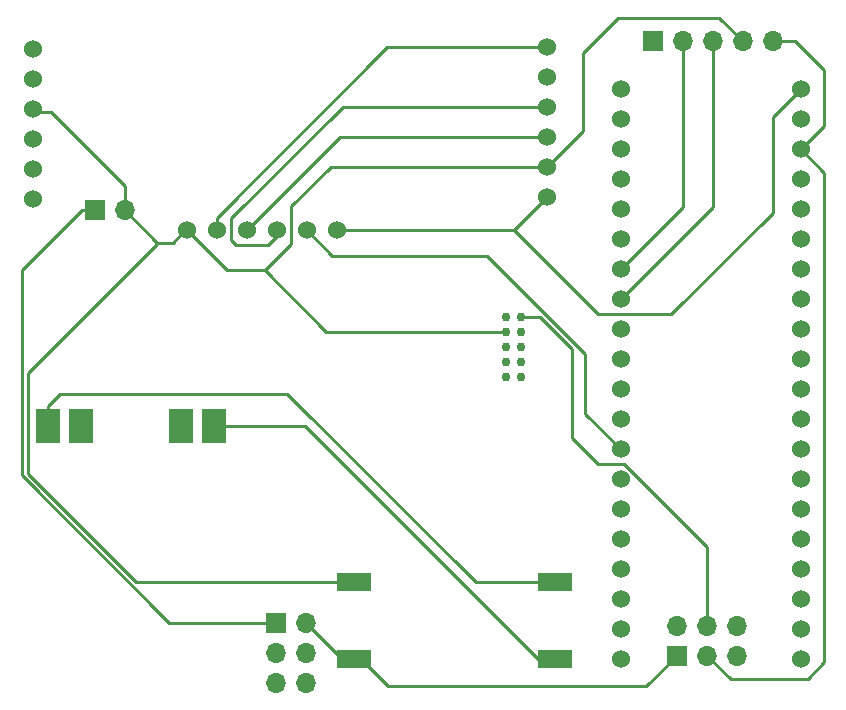
<source format=gbl>
G04 #@! TF.GenerationSoftware,KiCad,Pcbnew,5.1.6-c6e7f7d~86~ubuntu19.10.1*
G04 #@! TF.CreationDate,2020-10-06T14:20:37+02:00*
G04 #@! TF.ProjectId,logair_diy,6c6f6761-6972-45f6-9469-792e6b696361,rev?*
G04 #@! TF.SameCoordinates,Original*
G04 #@! TF.FileFunction,Copper,L2,Bot*
G04 #@! TF.FilePolarity,Positive*
%FSLAX46Y46*%
G04 Gerber Fmt 4.6, Leading zero omitted, Abs format (unit mm)*
G04 Created by KiCad (PCBNEW 5.1.6-c6e7f7d~86~ubuntu19.10.1) date 2020-10-06 14:20:37*
%MOMM*%
%LPD*%
G01*
G04 APERTURE LIST*
G04 #@! TA.AperFunction,ConnectorPad*
%ADD10R,2.000000X3.000000*%
G04 #@! TD*
G04 #@! TA.AperFunction,ComponentPad*
%ADD11O,1.700000X1.700000*%
G04 #@! TD*
G04 #@! TA.AperFunction,ComponentPad*
%ADD12R,1.700000X1.700000*%
G04 #@! TD*
G04 #@! TA.AperFunction,ComponentPad*
%ADD13C,1.524000*%
G04 #@! TD*
G04 #@! TA.AperFunction,ConnectorPad*
%ADD14R,3.000000X1.524000*%
G04 #@! TD*
G04 #@! TA.AperFunction,ComponentPad*
%ADD15C,0.760000*%
G04 #@! TD*
G04 #@! TA.AperFunction,Conductor*
%ADD16C,0.250000*%
G04 #@! TD*
G04 APERTURE END LIST*
D10*
G04 #@! TO.P,U6,3*
G04 #@! TO.N,Net-(U6-Pad3)*
X109750000Y-96750000D03*
G04 #@! TO.P,U6,4*
G04 #@! TO.N,Net-(U6-Pad4)*
X107000000Y-96750000D03*
G04 #@! TO.P,U6,2*
G04 #@! TO.N,Net-(U6-Pad2)*
X118250000Y-96750000D03*
G04 #@! TO.P,U6,1*
G04 #@! TO.N,Net-(U6-Pad1)*
X121000000Y-96750000D03*
G04 #@! TD*
D11*
G04 #@! TO.P,J3,6*
G04 #@! TO.N,Net-(J3-Pad6)*
X128790000Y-118480000D03*
G04 #@! TO.P,J3,5*
G04 #@! TO.N,Net-(J3-Pad5)*
X126250000Y-118480000D03*
G04 #@! TO.P,J3,4*
G04 #@! TO.N,/5V*
X128790000Y-115940000D03*
G04 #@! TO.P,J3,3*
X126250000Y-115940000D03*
G04 #@! TO.P,J3,2*
G04 #@! TO.N,/5Vin*
X128790000Y-113400000D03*
D12*
G04 #@! TO.P,J3,1*
X126250000Y-113400000D03*
G04 #@! TD*
D13*
G04 #@! TO.P,U2,6*
G04 #@! TO.N,/3V3*
X131410000Y-80150000D03*
G04 #@! TO.P,U2,5*
G04 #@! TO.N,/SD_CS*
X128870000Y-80150000D03*
G04 #@! TO.P,U2,4*
G04 #@! TO.N,/MOSI*
X126330000Y-80150000D03*
G04 #@! TO.P,U2,3*
G04 #@! TO.N,/CLK*
X123790000Y-80150000D03*
G04 #@! TO.P,U2,2*
G04 #@! TO.N,/MISO*
X121250000Y-80150000D03*
G04 #@! TO.P,U2,1*
G04 #@! TO.N,/GND*
X118710000Y-80150000D03*
G04 #@! TD*
G04 #@! TO.P,U3,1*
G04 #@! TO.N,/BLE_PWRC*
X105680000Y-64820000D03*
G04 #@! TO.P,U3,2*
G04 #@! TO.N,/5V*
X105680000Y-67360000D03*
G04 #@! TO.P,U3,3*
G04 #@! TO.N,/GND*
X105680000Y-69900000D03*
G04 #@! TO.P,U3,4*
G04 #@! TO.N,/BLE_TX*
X105680000Y-72440000D03*
G04 #@! TO.P,U3,5*
G04 #@! TO.N,/BLE_RX*
X105680000Y-74980000D03*
G04 #@! TO.P,U3,6*
G04 #@! TO.N,/BLE_STAT*
X105680000Y-77520000D03*
G04 #@! TD*
D14*
G04 #@! TO.P,U7,4*
G04 #@! TO.N,Net-(U6-Pad1)*
X149910000Y-116460000D03*
G04 #@! TO.P,U7,3*
G04 #@! TO.N,Net-(U6-Pad4)*
X149910000Y-109960000D03*
G04 #@! TO.P,U7,2*
G04 #@! TO.N,/5Vin*
X132910000Y-116460000D03*
G04 #@! TO.P,U7,1*
G04 #@! TO.N,/GND*
X132910000Y-109960000D03*
G04 #@! TD*
D11*
G04 #@! TO.P,J2,2*
G04 #@! TO.N,/GND*
X113490000Y-78450000D03*
D12*
G04 #@! TO.P,J2,1*
G04 #@! TO.N,/5Vin*
X110950000Y-78450000D03*
G04 #@! TD*
D11*
G04 #@! TO.P,J1,6*
G04 #@! TO.N,Net-(J1-Pad6)*
X165330000Y-113610000D03*
G04 #@! TO.P,J1,5*
G04 #@! TO.N,Net-(J1-Pad5)*
X165330000Y-116150000D03*
G04 #@! TO.P,J1,4*
G04 #@! TO.N,/5V*
X162790000Y-113610000D03*
G04 #@! TO.P,J1,3*
X162790000Y-116150000D03*
G04 #@! TO.P,J1,2*
G04 #@! TO.N,/5Vin*
X160250000Y-113610000D03*
D12*
G04 #@! TO.P,J1,1*
X160250000Y-116150000D03*
G04 #@! TD*
D15*
G04 #@! TO.P,U5,2*
G04 #@! TO.N,/5V*
X145765000Y-87460000D03*
G04 #@! TO.P,U5,1*
X147035000Y-87460000D03*
G04 #@! TO.P,U5,4*
G04 #@! TO.N,/GND*
X145765000Y-88730000D03*
G04 #@! TO.P,U5,3*
X147035000Y-88730000D03*
G04 #@! TO.P,U5,6*
G04 #@! TO.N,Net-(U5-Pad6)*
X145765000Y-90000000D03*
G04 #@! TO.P,U5,5*
G04 #@! TO.N,Net-(U5-Pad5)*
X147035000Y-90000000D03*
G04 #@! TO.P,U5,8*
G04 #@! TO.N,Net-(U5-Pad8)*
X145765000Y-91270000D03*
G04 #@! TO.P,U5,7*
G04 #@! TO.N,/PM_RX*
X147035000Y-91270000D03*
G04 #@! TO.P,U5,10*
G04 #@! TO.N,Net-(U5-Pad10)*
X145765000Y-92540000D03*
G04 #@! TO.P,U5,9*
G04 #@! TO.N,/PM_TX*
X147035000Y-92540000D03*
G04 #@! TD*
D13*
G04 #@! TO.P,U4,6*
G04 #@! TO.N,/3V3*
X149250000Y-77310000D03*
G04 #@! TO.P,U4,5*
G04 #@! TO.N,/GND*
X149250000Y-74770000D03*
G04 #@! TO.P,U4,4*
G04 #@! TO.N,/CLK*
X149250000Y-72230000D03*
G04 #@! TO.P,U4,3*
G04 #@! TO.N,/MOSI*
X149250000Y-69690000D03*
G04 #@! TO.P,U4,2*
G04 #@! TO.N,/BME_CS*
X149250000Y-67150000D03*
G04 #@! TO.P,U4,1*
G04 #@! TO.N,/MISO*
X149250000Y-64610000D03*
G04 #@! TD*
D12*
G04 #@! TO.P,GPS_conn_5pin1,1*
G04 #@! TO.N,/PPS*
X158170000Y-64150000D03*
D11*
G04 #@! TO.P,GPS_conn_5pin1,2*
G04 #@! TO.N,/GPS_RX*
X160710000Y-64150000D03*
G04 #@! TO.P,GPS_conn_5pin1,3*
G04 #@! TO.N,/GPS_TX*
X163250000Y-64150000D03*
G04 #@! TO.P,GPS_conn_5pin1,4*
G04 #@! TO.N,/GND*
X165790000Y-64150000D03*
G04 #@! TO.P,GPS_conn_5pin1,5*
G04 #@! TO.N,/5V*
X168330000Y-64150000D03*
G04 #@! TD*
D13*
G04 #@! TO.P,U1,GND*
G04 #@! TO.N,/GND*
X155460000Y-116470000D03*
G04 #@! TO.P,U1,PB10*
G04 #@! TO.N,/PM_RX*
X155460000Y-103770000D03*
G04 #@! TO.P,U1,PA3*
G04 #@! TO.N,/GPS_TX*
X155460000Y-85990000D03*
G04 #@! TO.P,U1,PC15*
G04 #@! TO.N,Net-(U1-PadPC15)*
X155460000Y-75830000D03*
G04 #@! TO.P,U1,GND*
G04 #@! TO.N,/GND*
X155460000Y-113930000D03*
G04 #@! TO.P,U1,PA5*
G04 #@! TO.N,/CLK*
X155460000Y-91070000D03*
G04 #@! TO.P,U1,NRST*
G04 #@! TO.N,Net-(U1-PadNRST)*
X155460000Y-108850000D03*
G04 #@! TO.P,U1,PB11*
G04 #@! TO.N,/PM_TX*
X155460000Y-106310000D03*
G04 #@! TO.P,U1,3V3*
G04 #@! TO.N,/3V3*
X155460000Y-111390000D03*
G04 #@! TO.P,U1,PA4*
G04 #@! TO.N,/BME_CS*
X155460000Y-88530000D03*
G04 #@! TO.P,U1,PA6*
G04 #@! TO.N,/MISO*
X155460000Y-93610000D03*
G04 #@! TO.P,U1,PA1*
G04 #@! TO.N,Net-(U1-PadPA1)*
X155460000Y-80910000D03*
G04 #@! TO.P,U1,PB1*
G04 #@! TO.N,Net-(U1-PadPB1)*
X155460000Y-101230000D03*
G04 #@! TO.P,U1,PC14*
G04 #@! TO.N,Net-(U1-PadPC14)*
X155460000Y-73290000D03*
G04 #@! TO.P,U1,PA0*
G04 #@! TO.N,Net-(U1-PadPA0)*
X155460000Y-78370000D03*
G04 #@! TO.P,U1,PA2*
G04 #@! TO.N,/GPS_RX*
X155460000Y-83450000D03*
G04 #@! TO.P,U1,PC13*
G04 #@! TO.N,Net-(U1-PadPC13)*
X155460000Y-70750000D03*
G04 #@! TO.P,U1,PA7*
G04 #@! TO.N,/MOSI*
X155460000Y-96150000D03*
G04 #@! TO.P,U1,VBAT*
G04 #@! TO.N,Net-(U1-PadVBAT)*
X155460000Y-68210000D03*
G04 #@! TO.P,U1,PB0*
G04 #@! TO.N,/SD_CS*
X155460000Y-98690000D03*
G04 #@! TO.P,U1,PB12*
G04 #@! TO.N,Net-(U1-PadPB12)*
X170700000Y-116470000D03*
G04 #@! TO.P,U1,PB13*
G04 #@! TO.N,Net-(U1-PadPB13)*
X170700000Y-113930000D03*
G04 #@! TO.P,U1,PB14*
G04 #@! TO.N,Net-(U1-PadPB14)*
X170700000Y-111390000D03*
G04 #@! TO.P,U1,PB15*
G04 #@! TO.N,Net-(U1-PadPB15)*
X170700000Y-108850000D03*
G04 #@! TO.P,U1,PA8*
G04 #@! TO.N,/BLE_STAT*
X170700000Y-106310000D03*
G04 #@! TO.P,U1,PA11*
G04 #@! TO.N,Net-(U1-PadPA11)*
X170700000Y-98690000D03*
G04 #@! TO.P,U1,PA9*
G04 #@! TO.N,/BLE_RX*
X170700000Y-103770000D03*
G04 #@! TO.P,U1,PA10*
G04 #@! TO.N,/BLE_TX*
X170700000Y-101230000D03*
G04 #@! TO.P,U1,PA12*
G04 #@! TO.N,Net-(U1-PadPA12)*
X170700000Y-96150000D03*
G04 #@! TO.P,U1,PA15*
G04 #@! TO.N,Net-(U1-PadPA15)*
X170700000Y-93610000D03*
G04 #@! TO.P,U1,PB3*
G04 #@! TO.N,Net-(U1-PadPB3)*
X170700000Y-91070000D03*
G04 #@! TO.P,U1,PB5*
G04 #@! TO.N,Net-(U1-PadPB5)*
X170700000Y-85990000D03*
G04 #@! TO.P,U1,PB4*
G04 #@! TO.N,Net-(U1-PadPB4)*
X170700000Y-88530000D03*
G04 #@! TO.P,U1,PB6*
G04 #@! TO.N,Net-(U1-PadPB6)*
X170700000Y-83450000D03*
G04 #@! TO.P,U1,PB7*
G04 #@! TO.N,Net-(U1-PadPB7)*
X170700000Y-80910000D03*
G04 #@! TO.P,U1,5V*
G04 #@! TO.N,/5V*
X170700000Y-73290000D03*
G04 #@! TO.P,U1,PB8*
G04 #@! TO.N,Net-(U1-PadPB8)*
X170700000Y-78370000D03*
G04 #@! TO.P,U1,PB9*
G04 #@! TO.N,Net-(U1-PadPB9)*
X170700000Y-75830000D03*
G04 #@! TO.P,U1,GND*
G04 #@! TO.N,/GND*
X170700000Y-70750000D03*
G04 #@! TO.P,U1,3V3*
G04 #@! TO.N,/3V3*
X170700000Y-68210000D03*
G04 #@! TD*
D16*
G04 #@! TO.N,/GND*
X149250000Y-74770000D02*
X152250000Y-71770000D01*
X152250000Y-71770000D02*
X152250000Y-65150000D01*
X152250000Y-65150000D02*
X155250000Y-62150000D01*
X163790000Y-62150000D02*
X165790000Y-64150000D01*
X155250000Y-62150000D02*
X163790000Y-62150000D01*
X122110000Y-83550000D02*
X118710000Y-80150000D01*
X125350000Y-83550000D02*
X122110000Y-83550000D01*
X105930000Y-70150000D02*
X107250000Y-70150000D01*
X113490000Y-76390000D02*
X113490000Y-78450000D01*
X107250000Y-70150000D02*
X113490000Y-76390000D01*
X130530000Y-88730000D02*
X125350000Y-83550000D01*
X145765000Y-88730000D02*
X130530000Y-88730000D01*
X127570000Y-81330000D02*
X125350000Y-83550000D01*
X127570000Y-78130000D02*
X127570000Y-81330000D01*
X130930000Y-74770000D02*
X127570000Y-78130000D01*
X149250000Y-74770000D02*
X130930000Y-74770000D01*
X113490000Y-78450000D02*
X116230000Y-81190000D01*
X116230000Y-81270000D02*
X116230000Y-81190000D01*
X105250000Y-92250000D02*
X116230000Y-81270000D01*
X105250000Y-100750000D02*
X105250000Y-92250000D01*
X114460000Y-109960000D02*
X105250000Y-100750000D01*
X132910000Y-109960000D02*
X114460000Y-109960000D01*
X118570000Y-80150000D02*
X118710000Y-80150000D01*
X117530000Y-81190000D02*
X118570000Y-80150000D01*
X116230000Y-81190000D02*
X117530000Y-81190000D01*
G04 #@! TO.N,/5V*
X172650000Y-71340000D02*
X170700000Y-73290000D01*
X172650000Y-66550000D02*
X172650000Y-71340000D01*
X170250000Y-64150000D02*
X172650000Y-66550000D01*
X168330000Y-64150000D02*
X170250000Y-64150000D01*
X148623590Y-87460000D02*
X147035000Y-87460000D01*
X151350000Y-90186410D02*
X148623590Y-87460000D01*
X153550000Y-99950000D02*
X151350000Y-97750000D01*
X155788762Y-99950000D02*
X153550000Y-99950000D01*
X162790000Y-106951238D02*
X155788762Y-99950000D01*
X151350000Y-97750000D02*
X151350000Y-90186410D01*
X162790000Y-113610000D02*
X162790000Y-106951238D01*
X172720000Y-75310000D02*
X170700000Y-73290000D01*
X172720000Y-116730000D02*
X172720000Y-75310000D01*
X171300000Y-118150000D02*
X172720000Y-116730000D01*
X164790000Y-118150000D02*
X171300000Y-118150000D01*
X162790000Y-116150000D02*
X164790000Y-118150000D01*
G04 #@! TO.N,/MISO*
X121250000Y-79072370D02*
X135712370Y-64610000D01*
X121250000Y-80150000D02*
X121250000Y-79072370D01*
X135712370Y-64610000D02*
X148172370Y-64610000D01*
X148172370Y-64610000D02*
X149250000Y-64610000D01*
G04 #@! TO.N,/MOSI*
X125580000Y-81420000D02*
X126330000Y-80670000D01*
X126330000Y-80670000D02*
X126330000Y-80150000D01*
X122920000Y-81420000D02*
X125580000Y-81420000D01*
X122510000Y-81010000D02*
X122920000Y-81420000D01*
X122510000Y-79130000D02*
X122510000Y-81010000D01*
X131950000Y-69690000D02*
X122510000Y-79130000D01*
X149250000Y-69690000D02*
X131950000Y-69690000D01*
G04 #@! TO.N,/CLK*
X131710000Y-72230000D02*
X149250000Y-72230000D01*
X123790000Y-80150000D02*
X131710000Y-72230000D01*
G04 #@! TO.N,/3V3*
X146410000Y-80150000D02*
X149250000Y-77310000D01*
X131410000Y-80150000D02*
X146410000Y-80150000D01*
X170700000Y-68210000D02*
X168350000Y-70560000D01*
X168350000Y-70560000D02*
X168350000Y-78650000D01*
X168350000Y-78650000D02*
X159750000Y-87250000D01*
X153510000Y-87250000D02*
X146410000Y-80150000D01*
X159750000Y-87250000D02*
X153510000Y-87250000D01*
G04 #@! TO.N,/GPS_TX*
X163250000Y-78200000D02*
X155460000Y-85990000D01*
X163250000Y-64150000D02*
X163250000Y-78200000D01*
G04 #@! TO.N,/GPS_RX*
X160710000Y-78200000D02*
X155460000Y-83450000D01*
X160710000Y-64150000D02*
X160710000Y-78200000D01*
G04 #@! TO.N,/SD_CS*
X128870000Y-80150000D02*
X131070000Y-82350000D01*
X131070000Y-82350000D02*
X144150000Y-82350000D01*
X144150000Y-82350000D02*
X152450000Y-90650000D01*
X152450000Y-95680000D02*
X155460000Y-98690000D01*
X152450000Y-90650000D02*
X152450000Y-95680000D01*
G04 #@! TO.N,/5Vin*
X131850000Y-116460000D02*
X132910000Y-116460000D01*
X128790000Y-113400000D02*
X131850000Y-116460000D01*
X135750000Y-118750000D02*
X157650000Y-118750000D01*
X133460000Y-116460000D02*
X135750000Y-118750000D01*
X157650000Y-118750000D02*
X160250000Y-116150000D01*
X132910000Y-116460000D02*
X133460000Y-116460000D01*
X104750000Y-83550000D02*
X104750000Y-100886411D01*
X110950000Y-78450000D02*
X109850000Y-78450000D01*
X109850000Y-78450000D02*
X104750000Y-83550000D01*
X104750000Y-100886411D02*
X117263589Y-113400000D01*
X117263589Y-113400000D02*
X125150000Y-113400000D01*
X125150000Y-113400000D02*
X126250000Y-113400000D01*
G04 #@! TO.N,Net-(U6-Pad4)*
X143210000Y-109960000D02*
X149910000Y-109960000D01*
X127250000Y-94000000D02*
X143210000Y-109960000D01*
X108000000Y-94000000D02*
X127250000Y-94000000D01*
X107000000Y-95000000D02*
X108000000Y-94000000D01*
X107000000Y-96750000D02*
X107000000Y-95000000D01*
G04 #@! TO.N,Net-(U6-Pad1)*
X149910000Y-116460000D02*
X150040000Y-116460000D01*
X149910000Y-116460000D02*
X148460000Y-116460000D01*
X128750000Y-96750000D02*
X121000000Y-96750000D01*
X148460000Y-116460000D02*
X128750000Y-96750000D01*
G04 #@! TD*
M02*

</source>
